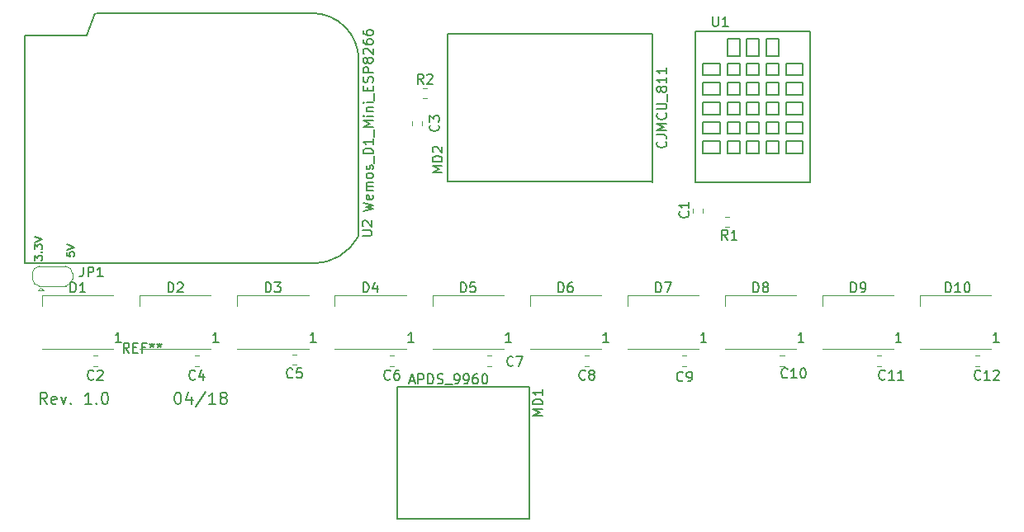
<source format=gto>
G04 #@! TF.GenerationSoftware,KiCad,Pcbnew,5.0.0-rc2-be01b52~65~ubuntu16.04.1*
G04 #@! TF.CreationDate,2018-06-25T12:20:31+02:00*
G04 #@! TF.ProjectId,Firefly,46697265666C792E6B696361645F7063,rev?*
G04 #@! TF.SameCoordinates,Original*
G04 #@! TF.FileFunction,Legend,Top*
G04 #@! TF.FilePolarity,Positive*
%FSLAX46Y46*%
G04 Gerber Fmt 4.6, Leading zero omitted, Abs format (unit mm)*
G04 Created by KiCad (PCBNEW 5.0.0-rc2-be01b52~65~ubuntu16.04.1) date Mon Jun 25 12:20:31 2018*
%MOMM*%
%LPD*%
G01*
G04 APERTURE LIST*
%ADD10C,0.200000*%
%ADD11C,0.158750*%
%ADD12C,0.120000*%
%ADD13C,0.150000*%
%ADD14C,0.350000*%
%ADD15C,0.450000*%
%ADD16R,1.500000X1.000000*%
%ADD17C,3.203200*%
%ADD18R,1.000000X0.670000*%
%ADD19R,0.670000X1.000000*%
%ADD20C,2.003200*%
%ADD21R,1.800000X1.800000*%
%ADD22R,1.524000X1.524000*%
%ADD23C,1.727200*%
%ADD24C,0.100000*%
%ADD25C,1.000000*%
%ADD26R,0.500000X1.500000*%
%ADD27R,1.000000X1.500000*%
G04 APERTURE END LIST*
D10*
X115600000Y-139542857D02*
X115714285Y-139542857D01*
X115828571Y-139600000D01*
X115885714Y-139657142D01*
X115942857Y-139771428D01*
X116000000Y-140000000D01*
X116000000Y-140285714D01*
X115942857Y-140514285D01*
X115885714Y-140628571D01*
X115828571Y-140685714D01*
X115714285Y-140742857D01*
X115600000Y-140742857D01*
X115485714Y-140685714D01*
X115428571Y-140628571D01*
X115371428Y-140514285D01*
X115314285Y-140285714D01*
X115314285Y-140000000D01*
X115371428Y-139771428D01*
X115428571Y-139657142D01*
X115485714Y-139600000D01*
X115600000Y-139542857D01*
X117028571Y-139942857D02*
X117028571Y-140742857D01*
X116742857Y-139485714D02*
X116457142Y-140342857D01*
X117200000Y-140342857D01*
X118514285Y-139485714D02*
X117485714Y-141028571D01*
X119542857Y-140742857D02*
X118857142Y-140742857D01*
X119200000Y-140742857D02*
X119200000Y-139542857D01*
X119085714Y-139714285D01*
X118971428Y-139828571D01*
X118857142Y-139885714D01*
X120228571Y-140057142D02*
X120114285Y-140000000D01*
X120057142Y-139942857D01*
X120000000Y-139828571D01*
X120000000Y-139771428D01*
X120057142Y-139657142D01*
X120114285Y-139600000D01*
X120228571Y-139542857D01*
X120457142Y-139542857D01*
X120571428Y-139600000D01*
X120628571Y-139657142D01*
X120685714Y-139771428D01*
X120685714Y-139828571D01*
X120628571Y-139942857D01*
X120571428Y-140000000D01*
X120457142Y-140057142D01*
X120228571Y-140057142D01*
X120114285Y-140114285D01*
X120057142Y-140171428D01*
X120000000Y-140285714D01*
X120000000Y-140514285D01*
X120057142Y-140628571D01*
X120114285Y-140685714D01*
X120228571Y-140742857D01*
X120457142Y-140742857D01*
X120571428Y-140685714D01*
X120628571Y-140628571D01*
X120685714Y-140514285D01*
X120685714Y-140285714D01*
X120628571Y-140171428D01*
X120571428Y-140114285D01*
X120457142Y-140057142D01*
X102228571Y-140742857D02*
X101828571Y-140171428D01*
X101542857Y-140742857D02*
X101542857Y-139542857D01*
X102000000Y-139542857D01*
X102114285Y-139600000D01*
X102171428Y-139657142D01*
X102228571Y-139771428D01*
X102228571Y-139942857D01*
X102171428Y-140057142D01*
X102114285Y-140114285D01*
X102000000Y-140171428D01*
X101542857Y-140171428D01*
X103200000Y-140685714D02*
X103085714Y-140742857D01*
X102857142Y-140742857D01*
X102742857Y-140685714D01*
X102685714Y-140571428D01*
X102685714Y-140114285D01*
X102742857Y-140000000D01*
X102857142Y-139942857D01*
X103085714Y-139942857D01*
X103200000Y-140000000D01*
X103257142Y-140114285D01*
X103257142Y-140228571D01*
X102685714Y-140342857D01*
X103657142Y-139942857D02*
X103942857Y-140742857D01*
X104228571Y-139942857D01*
X104685714Y-140628571D02*
X104742857Y-140685714D01*
X104685714Y-140742857D01*
X104628571Y-140685714D01*
X104685714Y-140628571D01*
X104685714Y-140742857D01*
X106800000Y-140742857D02*
X106114285Y-140742857D01*
X106457142Y-140742857D02*
X106457142Y-139542857D01*
X106342857Y-139714285D01*
X106228571Y-139828571D01*
X106114285Y-139885714D01*
X107314285Y-140628571D02*
X107371428Y-140685714D01*
X107314285Y-140742857D01*
X107257142Y-140685714D01*
X107314285Y-140628571D01*
X107314285Y-140742857D01*
X108114285Y-139542857D02*
X108228571Y-139542857D01*
X108342857Y-139600000D01*
X108400000Y-139657142D01*
X108457142Y-139771428D01*
X108514285Y-140000000D01*
X108514285Y-140285714D01*
X108457142Y-140514285D01*
X108400000Y-140628571D01*
X108342857Y-140685714D01*
X108228571Y-140742857D01*
X108114285Y-140742857D01*
X108000000Y-140685714D01*
X107942857Y-140628571D01*
X107885714Y-140514285D01*
X107828571Y-140285714D01*
X107828571Y-140000000D01*
X107885714Y-139771428D01*
X107942857Y-139657142D01*
X108000000Y-139600000D01*
X108114285Y-139542857D01*
D11*
X100961904Y-125980952D02*
X100961904Y-125485714D01*
X101266666Y-125752380D01*
X101266666Y-125638095D01*
X101304761Y-125561904D01*
X101342857Y-125523809D01*
X101419047Y-125485714D01*
X101609523Y-125485714D01*
X101685714Y-125523809D01*
X101723809Y-125561904D01*
X101761904Y-125638095D01*
X101761904Y-125866666D01*
X101723809Y-125942857D01*
X101685714Y-125980952D01*
X101685714Y-125142857D02*
X101723809Y-125104761D01*
X101761904Y-125142857D01*
X101723809Y-125180952D01*
X101685714Y-125142857D01*
X101761904Y-125142857D01*
X100961904Y-124838095D02*
X100961904Y-124342857D01*
X101266666Y-124609523D01*
X101266666Y-124495238D01*
X101304761Y-124419047D01*
X101342857Y-124380952D01*
X101419047Y-124342857D01*
X101609523Y-124342857D01*
X101685714Y-124380952D01*
X101723809Y-124419047D01*
X101761904Y-124495238D01*
X101761904Y-124723809D01*
X101723809Y-124800000D01*
X101685714Y-124838095D01*
X100961904Y-124114285D02*
X101761904Y-123847619D01*
X100961904Y-123580952D01*
X104241279Y-125152380D02*
X104241279Y-125533333D01*
X104622232Y-125571428D01*
X104584136Y-125533333D01*
X104546041Y-125457142D01*
X104546041Y-125266666D01*
X104584136Y-125190476D01*
X104622232Y-125152380D01*
X104698422Y-125114285D01*
X104888898Y-125114285D01*
X104965089Y-125152380D01*
X105003184Y-125190476D01*
X105041279Y-125266666D01*
X105041279Y-125457142D01*
X105003184Y-125533333D01*
X104965089Y-125571428D01*
X104241279Y-124885714D02*
X105041279Y-124619047D01*
X104241279Y-124352380D01*
D12*
G04 #@! TO.C,D3*
X129050000Y-135050000D02*
X121750000Y-135050000D01*
X129050000Y-129550000D02*
X121750000Y-129550000D01*
X121750000Y-129550000D02*
X121750000Y-130700000D01*
G04 #@! TO.C,C1*
X169510000Y-120655000D02*
X169510000Y-121095000D01*
X168490000Y-120655000D02*
X168490000Y-121095000D01*
G04 #@! TO.C,C2*
X107420000Y-136810000D02*
X106980000Y-136810000D01*
X107420000Y-135790000D02*
X106980000Y-135790000D01*
G04 #@! TO.C,C3*
X140710000Y-111705000D02*
X140710000Y-112145000D01*
X139690000Y-111705000D02*
X139690000Y-112145000D01*
G04 #@! TO.C,C4*
X117820000Y-135790000D02*
X117380000Y-135790000D01*
X117820000Y-136810000D02*
X117380000Y-136810000D01*
G04 #@! TO.C,C5*
X127820000Y-136710000D02*
X127380000Y-136710000D01*
X127820000Y-135690000D02*
X127380000Y-135690000D01*
G04 #@! TO.C,C6*
X137820000Y-136810000D02*
X137380000Y-136810000D01*
X137820000Y-135790000D02*
X137380000Y-135790000D01*
G04 #@! TO.C,C7*
X147820000Y-135790000D02*
X147380000Y-135790000D01*
X147820000Y-136810000D02*
X147380000Y-136810000D01*
G04 #@! TO.C,C8*
X157820000Y-135790000D02*
X157380000Y-135790000D01*
X157820000Y-136810000D02*
X157380000Y-136810000D01*
G04 #@! TO.C,C9*
X167820000Y-136810000D02*
X167380000Y-136810000D01*
X167820000Y-135790000D02*
X167380000Y-135790000D01*
G04 #@! TO.C,C10*
X177820000Y-135790000D02*
X177380000Y-135790000D01*
X177820000Y-136810000D02*
X177380000Y-136810000D01*
G04 #@! TO.C,C11*
X187745000Y-135790000D02*
X187305000Y-135790000D01*
X187745000Y-136810000D02*
X187305000Y-136810000D01*
G04 #@! TO.C,C12*
X197820000Y-135790000D02*
X197380000Y-135790000D01*
X197820000Y-136810000D02*
X197380000Y-136810000D01*
G04 #@! TO.C,D1*
X109050000Y-135050000D02*
X101750000Y-135050000D01*
X109050000Y-129550000D02*
X101750000Y-129550000D01*
X101750000Y-129550000D02*
X101750000Y-130700000D01*
G04 #@! TO.C,D2*
X111750000Y-129550000D02*
X111750000Y-130700000D01*
X119050000Y-129550000D02*
X111750000Y-129550000D01*
X119050000Y-135050000D02*
X111750000Y-135050000D01*
G04 #@! TO.C,D4*
X131750000Y-129550000D02*
X131750000Y-130700000D01*
X139050000Y-129550000D02*
X131750000Y-129550000D01*
X139050000Y-135050000D02*
X131750000Y-135050000D01*
G04 #@! TO.C,D5*
X141750000Y-129550000D02*
X141750000Y-130700000D01*
X149050000Y-129550000D02*
X141750000Y-129550000D01*
X149050000Y-135050000D02*
X141750000Y-135050000D01*
G04 #@! TO.C,D6*
X159050000Y-135050000D02*
X151750000Y-135050000D01*
X159050000Y-129550000D02*
X151750000Y-129550000D01*
X151750000Y-129550000D02*
X151750000Y-130700000D01*
G04 #@! TO.C,D7*
X169050000Y-135050000D02*
X161750000Y-135050000D01*
X169050000Y-129550000D02*
X161750000Y-129550000D01*
X161750000Y-129550000D02*
X161750000Y-130700000D01*
G04 #@! TO.C,D8*
X171750000Y-129550000D02*
X171750000Y-130700000D01*
X179050000Y-129550000D02*
X171750000Y-129550000D01*
X179050000Y-135050000D02*
X171750000Y-135050000D01*
G04 #@! TO.C,D9*
X189050000Y-135050000D02*
X181750000Y-135050000D01*
X189050000Y-129550000D02*
X181750000Y-129550000D01*
X181750000Y-129550000D02*
X181750000Y-130700000D01*
G04 #@! TO.C,D10*
X191750000Y-129550000D02*
X191750000Y-130700000D01*
X199050000Y-129550000D02*
X191750000Y-129550000D01*
X199050000Y-135050000D02*
X191750000Y-135050000D01*
D13*
G04 #@! TO.C,MD1*
X151690000Y-152490000D02*
X138190000Y-152490000D01*
X151690000Y-138990000D02*
X151690000Y-152490000D01*
X138190000Y-138990000D02*
X138190000Y-152490000D01*
X151690000Y-138990000D02*
X138190000Y-138990000D01*
G04 #@! TO.C,MD2*
X143310000Y-102720000D02*
X164310000Y-102720000D01*
X164320000Y-102730000D02*
X164320000Y-117930000D01*
X143320000Y-117920000D02*
X164320000Y-117920000D01*
X143310000Y-102710000D02*
X143310000Y-117910000D01*
D12*
G04 #@! TO.C,R1*
X171780000Y-122510000D02*
X172220000Y-122510000D01*
X171780000Y-121490000D02*
X172220000Y-121490000D01*
G04 #@! TO.C,R2*
X141220000Y-109310000D02*
X140780000Y-109310000D01*
X141220000Y-108290000D02*
X140780000Y-108290000D01*
D13*
G04 #@! TO.C,U1*
X174750000Y-118000000D02*
X168750000Y-118000000D01*
X168750000Y-118000000D02*
X168750000Y-102500000D01*
X168750000Y-102500000D02*
X180500000Y-102500000D01*
X180500000Y-102500000D02*
X180500000Y-118000000D01*
X180500000Y-118000000D02*
X174750000Y-118000000D01*
X172000000Y-103250000D02*
X173250000Y-103250000D01*
X173250000Y-103250000D02*
X173250000Y-105000000D01*
X173250000Y-105000000D02*
X172000000Y-105000000D01*
X172000000Y-105000000D02*
X172000000Y-103250000D01*
X175250000Y-103250000D02*
X175250000Y-105000000D01*
X175250000Y-105000000D02*
X174000000Y-105000000D01*
X174000000Y-105000000D02*
X174000000Y-103250000D01*
X174000000Y-103250000D02*
X175250000Y-103250000D01*
X176000000Y-103250000D02*
X177250000Y-103250000D01*
X177250000Y-103250000D02*
X177250000Y-105000000D01*
X177250000Y-105000000D02*
X176000000Y-105000000D01*
X176000000Y-105000000D02*
X176000000Y-103250000D01*
X169500000Y-105750000D02*
X171250000Y-105750000D01*
X169500000Y-109000000D02*
X169500000Y-107750000D01*
X169500000Y-107750000D02*
X171250000Y-107750000D01*
X171250000Y-107750000D02*
X171250000Y-109000000D01*
X171250000Y-105750000D02*
X171250000Y-107000000D01*
X171250000Y-109000000D02*
X169500000Y-109000000D01*
X169500000Y-107000000D02*
X169500000Y-105750000D01*
X171250000Y-107000000D02*
X169500000Y-107000000D01*
X179750000Y-107750000D02*
X179750000Y-109000000D01*
X178000000Y-107000000D02*
X178000000Y-105750000D01*
X179750000Y-107000000D02*
X178000000Y-107000000D01*
X178000000Y-109000000D02*
X178000000Y-107750000D01*
X178000000Y-105750000D02*
X179750000Y-105750000D01*
X179750000Y-105750000D02*
X179750000Y-107000000D01*
X179750000Y-109000000D02*
X178000000Y-109000000D01*
X178000000Y-107750000D02*
X179750000Y-107750000D01*
X173250000Y-107000000D02*
X172000000Y-107000000D01*
X172000000Y-105750000D02*
X173250000Y-105750000D01*
X172000000Y-105750000D02*
X172000000Y-107000000D01*
X173250000Y-107000000D02*
X173250000Y-105750000D01*
X175250000Y-107000000D02*
X175250000Y-105750000D01*
X174000000Y-105750000D02*
X174000000Y-107000000D01*
X175250000Y-107000000D02*
X174000000Y-107000000D01*
X174000000Y-105750000D02*
X175250000Y-105750000D01*
X176000000Y-105750000D02*
X176000000Y-107000000D01*
X177250000Y-107000000D02*
X176000000Y-107000000D01*
X176000000Y-105750000D02*
X177250000Y-105750000D01*
X177250000Y-107000000D02*
X177250000Y-105750000D01*
X173250000Y-109000000D02*
X172000000Y-109000000D01*
X172000000Y-107750000D02*
X172000000Y-109000000D01*
X172000000Y-107750000D02*
X173250000Y-107750000D01*
X173250000Y-109000000D02*
X173250000Y-107750000D01*
X175250000Y-109000000D02*
X174000000Y-109000000D01*
X174000000Y-107750000D02*
X174000000Y-109000000D01*
X175250000Y-109000000D02*
X175250000Y-107750000D01*
X174000000Y-107750000D02*
X175250000Y-107750000D01*
X177250000Y-109000000D02*
X177250000Y-107750000D01*
X176000000Y-107750000D02*
X177250000Y-107750000D01*
X177250000Y-109000000D02*
X176000000Y-109000000D01*
X176000000Y-107750000D02*
X176000000Y-109000000D01*
X178000000Y-113000000D02*
X178000000Y-111750000D01*
X179750000Y-111750000D02*
X179750000Y-113000000D01*
X179750000Y-113000000D02*
X178000000Y-113000000D01*
X175250000Y-111000000D02*
X175250000Y-109750000D01*
X178000000Y-111750000D02*
X179750000Y-111750000D01*
X173250000Y-111000000D02*
X173250000Y-109750000D01*
X173250000Y-111000000D02*
X172000000Y-111000000D01*
X172000000Y-109750000D02*
X172000000Y-111000000D01*
X176000000Y-109750000D02*
X176000000Y-111000000D01*
X172000000Y-109750000D02*
X173250000Y-109750000D01*
X178000000Y-111000000D02*
X178000000Y-109750000D01*
X179750000Y-111000000D02*
X178000000Y-111000000D01*
X179750000Y-109750000D02*
X179750000Y-111000000D01*
X169500000Y-111750000D02*
X171250000Y-111750000D01*
X177250000Y-111000000D02*
X176000000Y-111000000D01*
X176000000Y-109750000D02*
X177250000Y-109750000D01*
X175250000Y-111000000D02*
X174000000Y-111000000D01*
X171250000Y-109750000D02*
X171250000Y-111000000D01*
X171250000Y-111750000D02*
X171250000Y-113000000D01*
X173250000Y-113000000D02*
X173250000Y-111750000D01*
X175250000Y-113000000D02*
X174000000Y-113000000D01*
X174000000Y-111750000D02*
X174000000Y-113000000D01*
X171250000Y-111000000D02*
X169500000Y-111000000D01*
X174000000Y-109750000D02*
X174000000Y-111000000D01*
X172000000Y-111750000D02*
X172000000Y-113000000D01*
X172000000Y-111750000D02*
X173250000Y-111750000D01*
X175250000Y-113000000D02*
X175250000Y-111750000D01*
X174000000Y-111750000D02*
X175250000Y-111750000D01*
X177250000Y-113000000D02*
X177250000Y-111750000D01*
X176000000Y-111750000D02*
X177250000Y-111750000D01*
X177250000Y-113000000D02*
X176000000Y-113000000D01*
X176000000Y-111750000D02*
X176000000Y-113000000D01*
X169500000Y-111000000D02*
X169500000Y-109750000D01*
X171250000Y-113000000D02*
X169500000Y-113000000D01*
X169500000Y-109750000D02*
X171250000Y-109750000D01*
X178000000Y-109750000D02*
X179750000Y-109750000D01*
X177250000Y-111000000D02*
X177250000Y-109750000D01*
X173250000Y-113000000D02*
X172000000Y-113000000D01*
X169500000Y-113000000D02*
X169500000Y-111750000D01*
X174000000Y-109750000D02*
X175250000Y-109750000D01*
X176000000Y-113750000D02*
X177250000Y-113750000D01*
X175250000Y-115000000D02*
X174000000Y-115000000D01*
X171250000Y-113750000D02*
X171250000Y-115000000D01*
X171250000Y-115000000D02*
X169500000Y-115000000D01*
X174000000Y-113750000D02*
X174000000Y-115000000D01*
X175250000Y-115000000D02*
X175250000Y-113750000D01*
X173250000Y-115000000D02*
X173250000Y-113750000D01*
X173250000Y-115000000D02*
X172000000Y-115000000D01*
X172000000Y-113750000D02*
X172000000Y-115000000D01*
X177250000Y-115000000D02*
X176000000Y-115000000D01*
X169500000Y-115000000D02*
X169500000Y-113750000D01*
X178000000Y-113750000D02*
X179750000Y-113750000D01*
X177250000Y-115000000D02*
X177250000Y-113750000D01*
X174000000Y-113750000D02*
X175250000Y-113750000D01*
X176000000Y-113750000D02*
X176000000Y-115000000D01*
X169500000Y-113750000D02*
X171250000Y-113750000D01*
X172000000Y-113750000D02*
X173250000Y-113750000D01*
X178000000Y-115000000D02*
X178000000Y-113750000D01*
X179750000Y-115000000D02*
X178000000Y-115000000D01*
X179750000Y-113750000D02*
X179750000Y-115000000D01*
G04 #@! TO.C,U2*
X106300000Y-102900000D02*
X107200000Y-100600000D01*
X129600000Y-100600000D02*
X107300000Y-100600000D01*
X134200000Y-105300000D02*
X134200000Y-123500000D01*
X100000000Y-102900000D02*
X106300000Y-102900000D01*
X130000000Y-126300000D02*
X100000000Y-126300000D01*
X100000000Y-102900000D02*
X100000000Y-126300000D01*
X134179224Y-123488948D02*
G75*
G02X129500000Y-126300000I-4679224J2488948D01*
G01*
X129400000Y-100600000D02*
G75*
G02X134200000Y-105400000I0J-4800000D01*
G01*
D12*
G04 #@! TO.C,JP1*
X101600000Y-128800000D02*
X101900000Y-129100000D01*
X101300000Y-129100000D02*
X101900000Y-129100000D01*
X101600000Y-128800000D02*
X101300000Y-129100000D01*
X100750000Y-127900000D02*
X100750000Y-127300000D01*
X104200000Y-128600000D02*
X101400000Y-128600000D01*
X104850000Y-127300000D02*
X104850000Y-127900000D01*
X101400000Y-126600000D02*
X104200000Y-126600000D01*
X104150000Y-126600000D02*
G75*
G02X104850000Y-127300000I0J-700000D01*
G01*
X104850000Y-127900000D02*
G75*
G02X104150000Y-128600000I-700000J0D01*
G01*
X101450000Y-128600000D02*
G75*
G02X100750000Y-127900000I0J700000D01*
G01*
X100750000Y-127300000D02*
G75*
G02X101450000Y-126600000I700000J0D01*
G01*
G04 #@! TO.C,D3*
D13*
X124661904Y-129252380D02*
X124661904Y-128252380D01*
X124900000Y-128252380D01*
X125042857Y-128300000D01*
X125138095Y-128395238D01*
X125185714Y-128490476D01*
X125233333Y-128680952D01*
X125233333Y-128823809D01*
X125185714Y-129014285D01*
X125138095Y-129109523D01*
X125042857Y-129204761D01*
X124900000Y-129252380D01*
X124661904Y-129252380D01*
X125566666Y-128252380D02*
X126185714Y-128252380D01*
X125852380Y-128633333D01*
X125995238Y-128633333D01*
X126090476Y-128680952D01*
X126138095Y-128728571D01*
X126185714Y-128823809D01*
X126185714Y-129061904D01*
X126138095Y-129157142D01*
X126090476Y-129204761D01*
X125995238Y-129252380D01*
X125709523Y-129252380D01*
X125614285Y-129204761D01*
X125566666Y-129157142D01*
X129835714Y-134352380D02*
X129264285Y-134352380D01*
X129550000Y-134352380D02*
X129550000Y-133352380D01*
X129454761Y-133495238D01*
X129359523Y-133590476D01*
X129264285Y-133638095D01*
G04 #@! TO.C,REF\002A\002A*
X110666666Y-135452380D02*
X110333333Y-134976190D01*
X110095238Y-135452380D02*
X110095238Y-134452380D01*
X110476190Y-134452380D01*
X110571428Y-134500000D01*
X110619047Y-134547619D01*
X110666666Y-134642857D01*
X110666666Y-134785714D01*
X110619047Y-134880952D01*
X110571428Y-134928571D01*
X110476190Y-134976190D01*
X110095238Y-134976190D01*
X111095238Y-134928571D02*
X111428571Y-134928571D01*
X111571428Y-135452380D02*
X111095238Y-135452380D01*
X111095238Y-134452380D01*
X111571428Y-134452380D01*
X112333333Y-134928571D02*
X112000000Y-134928571D01*
X112000000Y-135452380D02*
X112000000Y-134452380D01*
X112476190Y-134452380D01*
X113000000Y-134452380D02*
X113000000Y-134690476D01*
X112761904Y-134595238D02*
X113000000Y-134690476D01*
X113238095Y-134595238D01*
X112857142Y-134880952D02*
X113000000Y-134690476D01*
X113142857Y-134880952D01*
X113761904Y-134452380D02*
X113761904Y-134690476D01*
X113523809Y-134595238D02*
X113761904Y-134690476D01*
X114000000Y-134595238D01*
X113619047Y-134880952D02*
X113761904Y-134690476D01*
X113904761Y-134880952D01*
G04 #@! TO.C,C1*
X167957142Y-120966666D02*
X168004761Y-121014285D01*
X168052380Y-121157142D01*
X168052380Y-121252380D01*
X168004761Y-121395238D01*
X167909523Y-121490476D01*
X167814285Y-121538095D01*
X167623809Y-121585714D01*
X167480952Y-121585714D01*
X167290476Y-121538095D01*
X167195238Y-121490476D01*
X167100000Y-121395238D01*
X167052380Y-121252380D01*
X167052380Y-121157142D01*
X167100000Y-121014285D01*
X167147619Y-120966666D01*
X168052380Y-120014285D02*
X168052380Y-120585714D01*
X168052380Y-120300000D02*
X167052380Y-120300000D01*
X167195238Y-120395238D01*
X167290476Y-120490476D01*
X167338095Y-120585714D01*
G04 #@! TO.C,C2*
X107033333Y-138157142D02*
X106985714Y-138204761D01*
X106842857Y-138252380D01*
X106747619Y-138252380D01*
X106604761Y-138204761D01*
X106509523Y-138109523D01*
X106461904Y-138014285D01*
X106414285Y-137823809D01*
X106414285Y-137680952D01*
X106461904Y-137490476D01*
X106509523Y-137395238D01*
X106604761Y-137300000D01*
X106747619Y-137252380D01*
X106842857Y-137252380D01*
X106985714Y-137300000D01*
X107033333Y-137347619D01*
X107414285Y-137347619D02*
X107461904Y-137300000D01*
X107557142Y-137252380D01*
X107795238Y-137252380D01*
X107890476Y-137300000D01*
X107938095Y-137347619D01*
X107985714Y-137442857D01*
X107985714Y-137538095D01*
X107938095Y-137680952D01*
X107366666Y-138252380D01*
X107985714Y-138252380D01*
G04 #@! TO.C,C3*
X142357142Y-112091666D02*
X142404761Y-112139285D01*
X142452380Y-112282142D01*
X142452380Y-112377380D01*
X142404761Y-112520238D01*
X142309523Y-112615476D01*
X142214285Y-112663095D01*
X142023809Y-112710714D01*
X141880952Y-112710714D01*
X141690476Y-112663095D01*
X141595238Y-112615476D01*
X141500000Y-112520238D01*
X141452380Y-112377380D01*
X141452380Y-112282142D01*
X141500000Y-112139285D01*
X141547619Y-112091666D01*
X141452380Y-111758333D02*
X141452380Y-111139285D01*
X141833333Y-111472619D01*
X141833333Y-111329761D01*
X141880952Y-111234523D01*
X141928571Y-111186904D01*
X142023809Y-111139285D01*
X142261904Y-111139285D01*
X142357142Y-111186904D01*
X142404761Y-111234523D01*
X142452380Y-111329761D01*
X142452380Y-111615476D01*
X142404761Y-111710714D01*
X142357142Y-111758333D01*
G04 #@! TO.C,C4*
X117433333Y-138157142D02*
X117385714Y-138204761D01*
X117242857Y-138252380D01*
X117147619Y-138252380D01*
X117004761Y-138204761D01*
X116909523Y-138109523D01*
X116861904Y-138014285D01*
X116814285Y-137823809D01*
X116814285Y-137680952D01*
X116861904Y-137490476D01*
X116909523Y-137395238D01*
X117004761Y-137300000D01*
X117147619Y-137252380D01*
X117242857Y-137252380D01*
X117385714Y-137300000D01*
X117433333Y-137347619D01*
X118290476Y-137585714D02*
X118290476Y-138252380D01*
X118052380Y-137204761D02*
X117814285Y-137919047D01*
X118433333Y-137919047D01*
G04 #@! TO.C,C5*
X127433333Y-137957142D02*
X127385714Y-138004761D01*
X127242857Y-138052380D01*
X127147619Y-138052380D01*
X127004761Y-138004761D01*
X126909523Y-137909523D01*
X126861904Y-137814285D01*
X126814285Y-137623809D01*
X126814285Y-137480952D01*
X126861904Y-137290476D01*
X126909523Y-137195238D01*
X127004761Y-137100000D01*
X127147619Y-137052380D01*
X127242857Y-137052380D01*
X127385714Y-137100000D01*
X127433333Y-137147619D01*
X128338095Y-137052380D02*
X127861904Y-137052380D01*
X127814285Y-137528571D01*
X127861904Y-137480952D01*
X127957142Y-137433333D01*
X128195238Y-137433333D01*
X128290476Y-137480952D01*
X128338095Y-137528571D01*
X128385714Y-137623809D01*
X128385714Y-137861904D01*
X128338095Y-137957142D01*
X128290476Y-138004761D01*
X128195238Y-138052380D01*
X127957142Y-138052380D01*
X127861904Y-138004761D01*
X127814285Y-137957142D01*
G04 #@! TO.C,C6*
X137433333Y-138157142D02*
X137385714Y-138204761D01*
X137242857Y-138252380D01*
X137147619Y-138252380D01*
X137004761Y-138204761D01*
X136909523Y-138109523D01*
X136861904Y-138014285D01*
X136814285Y-137823809D01*
X136814285Y-137680952D01*
X136861904Y-137490476D01*
X136909523Y-137395238D01*
X137004761Y-137300000D01*
X137147619Y-137252380D01*
X137242857Y-137252380D01*
X137385714Y-137300000D01*
X137433333Y-137347619D01*
X138290476Y-137252380D02*
X138100000Y-137252380D01*
X138004761Y-137300000D01*
X137957142Y-137347619D01*
X137861904Y-137490476D01*
X137814285Y-137680952D01*
X137814285Y-138061904D01*
X137861904Y-138157142D01*
X137909523Y-138204761D01*
X138004761Y-138252380D01*
X138195238Y-138252380D01*
X138290476Y-138204761D01*
X138338095Y-138157142D01*
X138385714Y-138061904D01*
X138385714Y-137823809D01*
X138338095Y-137728571D01*
X138290476Y-137680952D01*
X138195238Y-137633333D01*
X138004761Y-137633333D01*
X137909523Y-137680952D01*
X137861904Y-137728571D01*
X137814285Y-137823809D01*
G04 #@! TO.C,C7*
X150033333Y-136757142D02*
X149985714Y-136804761D01*
X149842857Y-136852380D01*
X149747619Y-136852380D01*
X149604761Y-136804761D01*
X149509523Y-136709523D01*
X149461904Y-136614285D01*
X149414285Y-136423809D01*
X149414285Y-136280952D01*
X149461904Y-136090476D01*
X149509523Y-135995238D01*
X149604761Y-135900000D01*
X149747619Y-135852380D01*
X149842857Y-135852380D01*
X149985714Y-135900000D01*
X150033333Y-135947619D01*
X150366666Y-135852380D02*
X151033333Y-135852380D01*
X150604761Y-136852380D01*
G04 #@! TO.C,C8*
X157433333Y-138157142D02*
X157385714Y-138204761D01*
X157242857Y-138252380D01*
X157147619Y-138252380D01*
X157004761Y-138204761D01*
X156909523Y-138109523D01*
X156861904Y-138014285D01*
X156814285Y-137823809D01*
X156814285Y-137680952D01*
X156861904Y-137490476D01*
X156909523Y-137395238D01*
X157004761Y-137300000D01*
X157147619Y-137252380D01*
X157242857Y-137252380D01*
X157385714Y-137300000D01*
X157433333Y-137347619D01*
X158004761Y-137680952D02*
X157909523Y-137633333D01*
X157861904Y-137585714D01*
X157814285Y-137490476D01*
X157814285Y-137442857D01*
X157861904Y-137347619D01*
X157909523Y-137300000D01*
X158004761Y-137252380D01*
X158195238Y-137252380D01*
X158290476Y-137300000D01*
X158338095Y-137347619D01*
X158385714Y-137442857D01*
X158385714Y-137490476D01*
X158338095Y-137585714D01*
X158290476Y-137633333D01*
X158195238Y-137680952D01*
X158004761Y-137680952D01*
X157909523Y-137728571D01*
X157861904Y-137776190D01*
X157814285Y-137871428D01*
X157814285Y-138061904D01*
X157861904Y-138157142D01*
X157909523Y-138204761D01*
X158004761Y-138252380D01*
X158195238Y-138252380D01*
X158290476Y-138204761D01*
X158338095Y-138157142D01*
X158385714Y-138061904D01*
X158385714Y-137871428D01*
X158338095Y-137776190D01*
X158290476Y-137728571D01*
X158195238Y-137680952D01*
G04 #@! TO.C,C9*
X167433333Y-138307142D02*
X167385714Y-138354761D01*
X167242857Y-138402380D01*
X167147619Y-138402380D01*
X167004761Y-138354761D01*
X166909523Y-138259523D01*
X166861904Y-138164285D01*
X166814285Y-137973809D01*
X166814285Y-137830952D01*
X166861904Y-137640476D01*
X166909523Y-137545238D01*
X167004761Y-137450000D01*
X167147619Y-137402380D01*
X167242857Y-137402380D01*
X167385714Y-137450000D01*
X167433333Y-137497619D01*
X167909523Y-138402380D02*
X168100000Y-138402380D01*
X168195238Y-138354761D01*
X168242857Y-138307142D01*
X168338095Y-138164285D01*
X168385714Y-137973809D01*
X168385714Y-137592857D01*
X168338095Y-137497619D01*
X168290476Y-137450000D01*
X168195238Y-137402380D01*
X168004761Y-137402380D01*
X167909523Y-137450000D01*
X167861904Y-137497619D01*
X167814285Y-137592857D01*
X167814285Y-137830952D01*
X167861904Y-137926190D01*
X167909523Y-137973809D01*
X168004761Y-138021428D01*
X168195238Y-138021428D01*
X168290476Y-137973809D01*
X168338095Y-137926190D01*
X168385714Y-137830952D01*
G04 #@! TO.C,C10*
X178157142Y-137957142D02*
X178109523Y-138004761D01*
X177966666Y-138052380D01*
X177871428Y-138052380D01*
X177728571Y-138004761D01*
X177633333Y-137909523D01*
X177585714Y-137814285D01*
X177538095Y-137623809D01*
X177538095Y-137480952D01*
X177585714Y-137290476D01*
X177633333Y-137195238D01*
X177728571Y-137100000D01*
X177871428Y-137052380D01*
X177966666Y-137052380D01*
X178109523Y-137100000D01*
X178157142Y-137147619D01*
X179109523Y-138052380D02*
X178538095Y-138052380D01*
X178823809Y-138052380D02*
X178823809Y-137052380D01*
X178728571Y-137195238D01*
X178633333Y-137290476D01*
X178538095Y-137338095D01*
X179728571Y-137052380D02*
X179823809Y-137052380D01*
X179919047Y-137100000D01*
X179966666Y-137147619D01*
X180014285Y-137242857D01*
X180061904Y-137433333D01*
X180061904Y-137671428D01*
X180014285Y-137861904D01*
X179966666Y-137957142D01*
X179919047Y-138004761D01*
X179823809Y-138052380D01*
X179728571Y-138052380D01*
X179633333Y-138004761D01*
X179585714Y-137957142D01*
X179538095Y-137861904D01*
X179490476Y-137671428D01*
X179490476Y-137433333D01*
X179538095Y-137242857D01*
X179585714Y-137147619D01*
X179633333Y-137100000D01*
X179728571Y-137052380D01*
G04 #@! TO.C,C11*
X188157142Y-138157142D02*
X188109523Y-138204761D01*
X187966666Y-138252380D01*
X187871428Y-138252380D01*
X187728571Y-138204761D01*
X187633333Y-138109523D01*
X187585714Y-138014285D01*
X187538095Y-137823809D01*
X187538095Y-137680952D01*
X187585714Y-137490476D01*
X187633333Y-137395238D01*
X187728571Y-137300000D01*
X187871428Y-137252380D01*
X187966666Y-137252380D01*
X188109523Y-137300000D01*
X188157142Y-137347619D01*
X189109523Y-138252380D02*
X188538095Y-138252380D01*
X188823809Y-138252380D02*
X188823809Y-137252380D01*
X188728571Y-137395238D01*
X188633333Y-137490476D01*
X188538095Y-137538095D01*
X190061904Y-138252380D02*
X189490476Y-138252380D01*
X189776190Y-138252380D02*
X189776190Y-137252380D01*
X189680952Y-137395238D01*
X189585714Y-137490476D01*
X189490476Y-137538095D01*
G04 #@! TO.C,C12*
X197957142Y-138157142D02*
X197909523Y-138204761D01*
X197766666Y-138252380D01*
X197671428Y-138252380D01*
X197528571Y-138204761D01*
X197433333Y-138109523D01*
X197385714Y-138014285D01*
X197338095Y-137823809D01*
X197338095Y-137680952D01*
X197385714Y-137490476D01*
X197433333Y-137395238D01*
X197528571Y-137300000D01*
X197671428Y-137252380D01*
X197766666Y-137252380D01*
X197909523Y-137300000D01*
X197957142Y-137347619D01*
X198909523Y-138252380D02*
X198338095Y-138252380D01*
X198623809Y-138252380D02*
X198623809Y-137252380D01*
X198528571Y-137395238D01*
X198433333Y-137490476D01*
X198338095Y-137538095D01*
X199290476Y-137347619D02*
X199338095Y-137300000D01*
X199433333Y-137252380D01*
X199671428Y-137252380D01*
X199766666Y-137300000D01*
X199814285Y-137347619D01*
X199861904Y-137442857D01*
X199861904Y-137538095D01*
X199814285Y-137680952D01*
X199242857Y-138252380D01*
X199861904Y-138252380D01*
G04 #@! TO.C,D1*
X104661904Y-129252380D02*
X104661904Y-128252380D01*
X104900000Y-128252380D01*
X105042857Y-128300000D01*
X105138095Y-128395238D01*
X105185714Y-128490476D01*
X105233333Y-128680952D01*
X105233333Y-128823809D01*
X105185714Y-129014285D01*
X105138095Y-129109523D01*
X105042857Y-129204761D01*
X104900000Y-129252380D01*
X104661904Y-129252380D01*
X106185714Y-129252380D02*
X105614285Y-129252380D01*
X105900000Y-129252380D02*
X105900000Y-128252380D01*
X105804761Y-128395238D01*
X105709523Y-128490476D01*
X105614285Y-128538095D01*
X109835714Y-134352380D02*
X109264285Y-134352380D01*
X109550000Y-134352380D02*
X109550000Y-133352380D01*
X109454761Y-133495238D01*
X109359523Y-133590476D01*
X109264285Y-133638095D01*
G04 #@! TO.C,D2*
X114661904Y-129252380D02*
X114661904Y-128252380D01*
X114900000Y-128252380D01*
X115042857Y-128300000D01*
X115138095Y-128395238D01*
X115185714Y-128490476D01*
X115233333Y-128680952D01*
X115233333Y-128823809D01*
X115185714Y-129014285D01*
X115138095Y-129109523D01*
X115042857Y-129204761D01*
X114900000Y-129252380D01*
X114661904Y-129252380D01*
X115614285Y-128347619D02*
X115661904Y-128300000D01*
X115757142Y-128252380D01*
X115995238Y-128252380D01*
X116090476Y-128300000D01*
X116138095Y-128347619D01*
X116185714Y-128442857D01*
X116185714Y-128538095D01*
X116138095Y-128680952D01*
X115566666Y-129252380D01*
X116185714Y-129252380D01*
X119835714Y-134352380D02*
X119264285Y-134352380D01*
X119550000Y-134352380D02*
X119550000Y-133352380D01*
X119454761Y-133495238D01*
X119359523Y-133590476D01*
X119264285Y-133638095D01*
G04 #@! TO.C,D4*
X134661904Y-129252380D02*
X134661904Y-128252380D01*
X134900000Y-128252380D01*
X135042857Y-128300000D01*
X135138095Y-128395238D01*
X135185714Y-128490476D01*
X135233333Y-128680952D01*
X135233333Y-128823809D01*
X135185714Y-129014285D01*
X135138095Y-129109523D01*
X135042857Y-129204761D01*
X134900000Y-129252380D01*
X134661904Y-129252380D01*
X136090476Y-128585714D02*
X136090476Y-129252380D01*
X135852380Y-128204761D02*
X135614285Y-128919047D01*
X136233333Y-128919047D01*
X139835714Y-134352380D02*
X139264285Y-134352380D01*
X139550000Y-134352380D02*
X139550000Y-133352380D01*
X139454761Y-133495238D01*
X139359523Y-133590476D01*
X139264285Y-133638095D01*
G04 #@! TO.C,D5*
X144661904Y-129252380D02*
X144661904Y-128252380D01*
X144900000Y-128252380D01*
X145042857Y-128300000D01*
X145138095Y-128395238D01*
X145185714Y-128490476D01*
X145233333Y-128680952D01*
X145233333Y-128823809D01*
X145185714Y-129014285D01*
X145138095Y-129109523D01*
X145042857Y-129204761D01*
X144900000Y-129252380D01*
X144661904Y-129252380D01*
X146138095Y-128252380D02*
X145661904Y-128252380D01*
X145614285Y-128728571D01*
X145661904Y-128680952D01*
X145757142Y-128633333D01*
X145995238Y-128633333D01*
X146090476Y-128680952D01*
X146138095Y-128728571D01*
X146185714Y-128823809D01*
X146185714Y-129061904D01*
X146138095Y-129157142D01*
X146090476Y-129204761D01*
X145995238Y-129252380D01*
X145757142Y-129252380D01*
X145661904Y-129204761D01*
X145614285Y-129157142D01*
X149835714Y-134352380D02*
X149264285Y-134352380D01*
X149550000Y-134352380D02*
X149550000Y-133352380D01*
X149454761Y-133495238D01*
X149359523Y-133590476D01*
X149264285Y-133638095D01*
G04 #@! TO.C,D6*
X154661904Y-129252380D02*
X154661904Y-128252380D01*
X154900000Y-128252380D01*
X155042857Y-128300000D01*
X155138095Y-128395238D01*
X155185714Y-128490476D01*
X155233333Y-128680952D01*
X155233333Y-128823809D01*
X155185714Y-129014285D01*
X155138095Y-129109523D01*
X155042857Y-129204761D01*
X154900000Y-129252380D01*
X154661904Y-129252380D01*
X156090476Y-128252380D02*
X155900000Y-128252380D01*
X155804761Y-128300000D01*
X155757142Y-128347619D01*
X155661904Y-128490476D01*
X155614285Y-128680952D01*
X155614285Y-129061904D01*
X155661904Y-129157142D01*
X155709523Y-129204761D01*
X155804761Y-129252380D01*
X155995238Y-129252380D01*
X156090476Y-129204761D01*
X156138095Y-129157142D01*
X156185714Y-129061904D01*
X156185714Y-128823809D01*
X156138095Y-128728571D01*
X156090476Y-128680952D01*
X155995238Y-128633333D01*
X155804761Y-128633333D01*
X155709523Y-128680952D01*
X155661904Y-128728571D01*
X155614285Y-128823809D01*
X159835714Y-134352380D02*
X159264285Y-134352380D01*
X159550000Y-134352380D02*
X159550000Y-133352380D01*
X159454761Y-133495238D01*
X159359523Y-133590476D01*
X159264285Y-133638095D01*
G04 #@! TO.C,D7*
X164661904Y-129252380D02*
X164661904Y-128252380D01*
X164900000Y-128252380D01*
X165042857Y-128300000D01*
X165138095Y-128395238D01*
X165185714Y-128490476D01*
X165233333Y-128680952D01*
X165233333Y-128823809D01*
X165185714Y-129014285D01*
X165138095Y-129109523D01*
X165042857Y-129204761D01*
X164900000Y-129252380D01*
X164661904Y-129252380D01*
X165566666Y-128252380D02*
X166233333Y-128252380D01*
X165804761Y-129252380D01*
X169835714Y-134352380D02*
X169264285Y-134352380D01*
X169550000Y-134352380D02*
X169550000Y-133352380D01*
X169454761Y-133495238D01*
X169359523Y-133590476D01*
X169264285Y-133638095D01*
G04 #@! TO.C,D8*
X174661904Y-129252380D02*
X174661904Y-128252380D01*
X174900000Y-128252380D01*
X175042857Y-128300000D01*
X175138095Y-128395238D01*
X175185714Y-128490476D01*
X175233333Y-128680952D01*
X175233333Y-128823809D01*
X175185714Y-129014285D01*
X175138095Y-129109523D01*
X175042857Y-129204761D01*
X174900000Y-129252380D01*
X174661904Y-129252380D01*
X175804761Y-128680952D02*
X175709523Y-128633333D01*
X175661904Y-128585714D01*
X175614285Y-128490476D01*
X175614285Y-128442857D01*
X175661904Y-128347619D01*
X175709523Y-128300000D01*
X175804761Y-128252380D01*
X175995238Y-128252380D01*
X176090476Y-128300000D01*
X176138095Y-128347619D01*
X176185714Y-128442857D01*
X176185714Y-128490476D01*
X176138095Y-128585714D01*
X176090476Y-128633333D01*
X175995238Y-128680952D01*
X175804761Y-128680952D01*
X175709523Y-128728571D01*
X175661904Y-128776190D01*
X175614285Y-128871428D01*
X175614285Y-129061904D01*
X175661904Y-129157142D01*
X175709523Y-129204761D01*
X175804761Y-129252380D01*
X175995238Y-129252380D01*
X176090476Y-129204761D01*
X176138095Y-129157142D01*
X176185714Y-129061904D01*
X176185714Y-128871428D01*
X176138095Y-128776190D01*
X176090476Y-128728571D01*
X175995238Y-128680952D01*
X179835714Y-134352380D02*
X179264285Y-134352380D01*
X179550000Y-134352380D02*
X179550000Y-133352380D01*
X179454761Y-133495238D01*
X179359523Y-133590476D01*
X179264285Y-133638095D01*
G04 #@! TO.C,D9*
X184661904Y-129252380D02*
X184661904Y-128252380D01*
X184900000Y-128252380D01*
X185042857Y-128300000D01*
X185138095Y-128395238D01*
X185185714Y-128490476D01*
X185233333Y-128680952D01*
X185233333Y-128823809D01*
X185185714Y-129014285D01*
X185138095Y-129109523D01*
X185042857Y-129204761D01*
X184900000Y-129252380D01*
X184661904Y-129252380D01*
X185709523Y-129252380D02*
X185900000Y-129252380D01*
X185995238Y-129204761D01*
X186042857Y-129157142D01*
X186138095Y-129014285D01*
X186185714Y-128823809D01*
X186185714Y-128442857D01*
X186138095Y-128347619D01*
X186090476Y-128300000D01*
X185995238Y-128252380D01*
X185804761Y-128252380D01*
X185709523Y-128300000D01*
X185661904Y-128347619D01*
X185614285Y-128442857D01*
X185614285Y-128680952D01*
X185661904Y-128776190D01*
X185709523Y-128823809D01*
X185804761Y-128871428D01*
X185995238Y-128871428D01*
X186090476Y-128823809D01*
X186138095Y-128776190D01*
X186185714Y-128680952D01*
X189835714Y-134352380D02*
X189264285Y-134352380D01*
X189550000Y-134352380D02*
X189550000Y-133352380D01*
X189454761Y-133495238D01*
X189359523Y-133590476D01*
X189264285Y-133638095D01*
G04 #@! TO.C,D10*
X194385714Y-129252380D02*
X194385714Y-128252380D01*
X194623809Y-128252380D01*
X194766666Y-128300000D01*
X194861904Y-128395238D01*
X194909523Y-128490476D01*
X194957142Y-128680952D01*
X194957142Y-128823809D01*
X194909523Y-129014285D01*
X194861904Y-129109523D01*
X194766666Y-129204761D01*
X194623809Y-129252380D01*
X194385714Y-129252380D01*
X195909523Y-129252380D02*
X195338095Y-129252380D01*
X195623809Y-129252380D02*
X195623809Y-128252380D01*
X195528571Y-128395238D01*
X195433333Y-128490476D01*
X195338095Y-128538095D01*
X196528571Y-128252380D02*
X196623809Y-128252380D01*
X196719047Y-128300000D01*
X196766666Y-128347619D01*
X196814285Y-128442857D01*
X196861904Y-128633333D01*
X196861904Y-128871428D01*
X196814285Y-129061904D01*
X196766666Y-129157142D01*
X196719047Y-129204761D01*
X196623809Y-129252380D01*
X196528571Y-129252380D01*
X196433333Y-129204761D01*
X196385714Y-129157142D01*
X196338095Y-129061904D01*
X196290476Y-128871428D01*
X196290476Y-128633333D01*
X196338095Y-128442857D01*
X196385714Y-128347619D01*
X196433333Y-128300000D01*
X196528571Y-128252380D01*
X199835714Y-134352380D02*
X199264285Y-134352380D01*
X199550000Y-134352380D02*
X199550000Y-133352380D01*
X199454761Y-133495238D01*
X199359523Y-133590476D01*
X199264285Y-133638095D01*
G04 #@! TO.C,MD1*
X153052380Y-141909523D02*
X152052380Y-141909523D01*
X152766666Y-141576190D01*
X152052380Y-141242857D01*
X153052380Y-141242857D01*
X153052380Y-140766666D02*
X152052380Y-140766666D01*
X152052380Y-140528571D01*
X152100000Y-140385714D01*
X152195238Y-140290476D01*
X152290476Y-140242857D01*
X152480952Y-140195238D01*
X152623809Y-140195238D01*
X152814285Y-140242857D01*
X152909523Y-140290476D01*
X153004761Y-140385714D01*
X153052380Y-140528571D01*
X153052380Y-140766666D01*
X153052380Y-139242857D02*
X153052380Y-139814285D01*
X153052380Y-139528571D02*
X152052380Y-139528571D01*
X152195238Y-139623809D01*
X152290476Y-139719047D01*
X152338095Y-139814285D01*
X139400000Y-138366666D02*
X139876190Y-138366666D01*
X139304761Y-138652380D02*
X139638095Y-137652380D01*
X139971428Y-138652380D01*
X140304761Y-138652380D02*
X140304761Y-137652380D01*
X140685714Y-137652380D01*
X140780952Y-137700000D01*
X140828571Y-137747619D01*
X140876190Y-137842857D01*
X140876190Y-137985714D01*
X140828571Y-138080952D01*
X140780952Y-138128571D01*
X140685714Y-138176190D01*
X140304761Y-138176190D01*
X141304761Y-138652380D02*
X141304761Y-137652380D01*
X141542857Y-137652380D01*
X141685714Y-137700000D01*
X141780952Y-137795238D01*
X141828571Y-137890476D01*
X141876190Y-138080952D01*
X141876190Y-138223809D01*
X141828571Y-138414285D01*
X141780952Y-138509523D01*
X141685714Y-138604761D01*
X141542857Y-138652380D01*
X141304761Y-138652380D01*
X142257142Y-138604761D02*
X142400000Y-138652380D01*
X142638095Y-138652380D01*
X142733333Y-138604761D01*
X142780952Y-138557142D01*
X142828571Y-138461904D01*
X142828571Y-138366666D01*
X142780952Y-138271428D01*
X142733333Y-138223809D01*
X142638095Y-138176190D01*
X142447619Y-138128571D01*
X142352380Y-138080952D01*
X142304761Y-138033333D01*
X142257142Y-137938095D01*
X142257142Y-137842857D01*
X142304761Y-137747619D01*
X142352380Y-137700000D01*
X142447619Y-137652380D01*
X142685714Y-137652380D01*
X142828571Y-137700000D01*
X143019047Y-138747619D02*
X143780952Y-138747619D01*
X144066666Y-138652380D02*
X144257142Y-138652380D01*
X144352380Y-138604761D01*
X144400000Y-138557142D01*
X144495238Y-138414285D01*
X144542857Y-138223809D01*
X144542857Y-137842857D01*
X144495238Y-137747619D01*
X144447619Y-137700000D01*
X144352380Y-137652380D01*
X144161904Y-137652380D01*
X144066666Y-137700000D01*
X144019047Y-137747619D01*
X143971428Y-137842857D01*
X143971428Y-138080952D01*
X144019047Y-138176190D01*
X144066666Y-138223809D01*
X144161904Y-138271428D01*
X144352380Y-138271428D01*
X144447619Y-138223809D01*
X144495238Y-138176190D01*
X144542857Y-138080952D01*
X145019047Y-138652380D02*
X145209523Y-138652380D01*
X145304761Y-138604761D01*
X145352380Y-138557142D01*
X145447619Y-138414285D01*
X145495238Y-138223809D01*
X145495238Y-137842857D01*
X145447619Y-137747619D01*
X145400000Y-137700000D01*
X145304761Y-137652380D01*
X145114285Y-137652380D01*
X145019047Y-137700000D01*
X144971428Y-137747619D01*
X144923809Y-137842857D01*
X144923809Y-138080952D01*
X144971428Y-138176190D01*
X145019047Y-138223809D01*
X145114285Y-138271428D01*
X145304761Y-138271428D01*
X145400000Y-138223809D01*
X145447619Y-138176190D01*
X145495238Y-138080952D01*
X146352380Y-137652380D02*
X146161904Y-137652380D01*
X146066666Y-137700000D01*
X146019047Y-137747619D01*
X145923809Y-137890476D01*
X145876190Y-138080952D01*
X145876190Y-138461904D01*
X145923809Y-138557142D01*
X145971428Y-138604761D01*
X146066666Y-138652380D01*
X146257142Y-138652380D01*
X146352380Y-138604761D01*
X146400000Y-138557142D01*
X146447619Y-138461904D01*
X146447619Y-138223809D01*
X146400000Y-138128571D01*
X146352380Y-138080952D01*
X146257142Y-138033333D01*
X146066666Y-138033333D01*
X145971428Y-138080952D01*
X145923809Y-138128571D01*
X145876190Y-138223809D01*
X147066666Y-137652380D02*
X147161904Y-137652380D01*
X147257142Y-137700000D01*
X147304761Y-137747619D01*
X147352380Y-137842857D01*
X147400000Y-138033333D01*
X147400000Y-138271428D01*
X147352380Y-138461904D01*
X147304761Y-138557142D01*
X147257142Y-138604761D01*
X147161904Y-138652380D01*
X147066666Y-138652380D01*
X146971428Y-138604761D01*
X146923809Y-138557142D01*
X146876190Y-138461904D01*
X146828571Y-138271428D01*
X146828571Y-138033333D01*
X146876190Y-137842857D01*
X146923809Y-137747619D01*
X146971428Y-137700000D01*
X147066666Y-137652380D01*
G04 #@! TO.C,MD2*
X142752380Y-116969523D02*
X141752380Y-116969523D01*
X142466666Y-116636190D01*
X141752380Y-116302857D01*
X142752380Y-116302857D01*
X142752380Y-115826666D02*
X141752380Y-115826666D01*
X141752380Y-115588571D01*
X141800000Y-115445714D01*
X141895238Y-115350476D01*
X141990476Y-115302857D01*
X142180952Y-115255238D01*
X142323809Y-115255238D01*
X142514285Y-115302857D01*
X142609523Y-115350476D01*
X142704761Y-115445714D01*
X142752380Y-115588571D01*
X142752380Y-115826666D01*
X141847619Y-114874285D02*
X141800000Y-114826666D01*
X141752380Y-114731428D01*
X141752380Y-114493333D01*
X141800000Y-114398095D01*
X141847619Y-114350476D01*
X141942857Y-114302857D01*
X142038095Y-114302857D01*
X142180952Y-114350476D01*
X142752380Y-114921904D01*
X142752380Y-114302857D01*
X165667142Y-113796190D02*
X165714761Y-113843809D01*
X165762380Y-113986666D01*
X165762380Y-114081904D01*
X165714761Y-114224761D01*
X165619523Y-114320000D01*
X165524285Y-114367619D01*
X165333809Y-114415238D01*
X165190952Y-114415238D01*
X165000476Y-114367619D01*
X164905238Y-114320000D01*
X164810000Y-114224761D01*
X164762380Y-114081904D01*
X164762380Y-113986666D01*
X164810000Y-113843809D01*
X164857619Y-113796190D01*
X164762380Y-113081904D02*
X165476666Y-113081904D01*
X165619523Y-113129523D01*
X165714761Y-113224761D01*
X165762380Y-113367619D01*
X165762380Y-113462857D01*
X165762380Y-112605714D02*
X164762380Y-112605714D01*
X165476666Y-112272380D01*
X164762380Y-111939047D01*
X165762380Y-111939047D01*
X165667142Y-110891428D02*
X165714761Y-110939047D01*
X165762380Y-111081904D01*
X165762380Y-111177142D01*
X165714761Y-111320000D01*
X165619523Y-111415238D01*
X165524285Y-111462857D01*
X165333809Y-111510476D01*
X165190952Y-111510476D01*
X165000476Y-111462857D01*
X164905238Y-111415238D01*
X164810000Y-111320000D01*
X164762380Y-111177142D01*
X164762380Y-111081904D01*
X164810000Y-110939047D01*
X164857619Y-110891428D01*
X164762380Y-110462857D02*
X165571904Y-110462857D01*
X165667142Y-110415238D01*
X165714761Y-110367619D01*
X165762380Y-110272380D01*
X165762380Y-110081904D01*
X165714761Y-109986666D01*
X165667142Y-109939047D01*
X165571904Y-109891428D01*
X164762380Y-109891428D01*
X165857619Y-109653333D02*
X165857619Y-108891428D01*
X165190952Y-108510476D02*
X165143333Y-108605714D01*
X165095714Y-108653333D01*
X165000476Y-108700952D01*
X164952857Y-108700952D01*
X164857619Y-108653333D01*
X164810000Y-108605714D01*
X164762380Y-108510476D01*
X164762380Y-108320000D01*
X164810000Y-108224761D01*
X164857619Y-108177142D01*
X164952857Y-108129523D01*
X165000476Y-108129523D01*
X165095714Y-108177142D01*
X165143333Y-108224761D01*
X165190952Y-108320000D01*
X165190952Y-108510476D01*
X165238571Y-108605714D01*
X165286190Y-108653333D01*
X165381428Y-108700952D01*
X165571904Y-108700952D01*
X165667142Y-108653333D01*
X165714761Y-108605714D01*
X165762380Y-108510476D01*
X165762380Y-108320000D01*
X165714761Y-108224761D01*
X165667142Y-108177142D01*
X165571904Y-108129523D01*
X165381428Y-108129523D01*
X165286190Y-108177142D01*
X165238571Y-108224761D01*
X165190952Y-108320000D01*
X165762380Y-107177142D02*
X165762380Y-107748571D01*
X165762380Y-107462857D02*
X164762380Y-107462857D01*
X164905238Y-107558095D01*
X165000476Y-107653333D01*
X165048095Y-107748571D01*
X165762380Y-106224761D02*
X165762380Y-106796190D01*
X165762380Y-106510476D02*
X164762380Y-106510476D01*
X164905238Y-106605714D01*
X165000476Y-106700952D01*
X165048095Y-106796190D01*
G04 #@! TO.C,R1*
X172033333Y-123852380D02*
X171700000Y-123376190D01*
X171461904Y-123852380D02*
X171461904Y-122852380D01*
X171842857Y-122852380D01*
X171938095Y-122900000D01*
X171985714Y-122947619D01*
X172033333Y-123042857D01*
X172033333Y-123185714D01*
X171985714Y-123280952D01*
X171938095Y-123328571D01*
X171842857Y-123376190D01*
X171461904Y-123376190D01*
X172985714Y-123852380D02*
X172414285Y-123852380D01*
X172700000Y-123852380D02*
X172700000Y-122852380D01*
X172604761Y-122995238D01*
X172509523Y-123090476D01*
X172414285Y-123138095D01*
G04 #@! TO.C,R2*
X140833333Y-107852380D02*
X140500000Y-107376190D01*
X140261904Y-107852380D02*
X140261904Y-106852380D01*
X140642857Y-106852380D01*
X140738095Y-106900000D01*
X140785714Y-106947619D01*
X140833333Y-107042857D01*
X140833333Y-107185714D01*
X140785714Y-107280952D01*
X140738095Y-107328571D01*
X140642857Y-107376190D01*
X140261904Y-107376190D01*
X141214285Y-106947619D02*
X141261904Y-106900000D01*
X141357142Y-106852380D01*
X141595238Y-106852380D01*
X141690476Y-106900000D01*
X141738095Y-106947619D01*
X141785714Y-107042857D01*
X141785714Y-107138095D01*
X141738095Y-107280952D01*
X141166666Y-107852380D01*
X141785714Y-107852380D01*
G04 #@! TO.C,U1*
X170488095Y-100952380D02*
X170488095Y-101761904D01*
X170535714Y-101857142D01*
X170583333Y-101904761D01*
X170678571Y-101952380D01*
X170869047Y-101952380D01*
X170964285Y-101904761D01*
X171011904Y-101857142D01*
X171059523Y-101761904D01*
X171059523Y-100952380D01*
X172059523Y-101952380D02*
X171488095Y-101952380D01*
X171773809Y-101952380D02*
X171773809Y-100952380D01*
X171678571Y-101095238D01*
X171583333Y-101190476D01*
X171488095Y-101238095D01*
G04 #@! TO.C,U2*
X134552380Y-123461904D02*
X135361904Y-123461904D01*
X135457142Y-123414285D01*
X135504761Y-123366666D01*
X135552380Y-123271428D01*
X135552380Y-123080952D01*
X135504761Y-122985714D01*
X135457142Y-122938095D01*
X135361904Y-122890476D01*
X134552380Y-122890476D01*
X134647619Y-122461904D02*
X134600000Y-122414285D01*
X134552380Y-122319047D01*
X134552380Y-122080952D01*
X134600000Y-121985714D01*
X134647619Y-121938095D01*
X134742857Y-121890476D01*
X134838095Y-121890476D01*
X134980952Y-121938095D01*
X135552380Y-122509523D01*
X135552380Y-121890476D01*
X134652380Y-120933333D02*
X135652380Y-120695238D01*
X134938095Y-120504761D01*
X135652380Y-120314285D01*
X134652380Y-120076190D01*
X135604761Y-119314285D02*
X135652380Y-119409523D01*
X135652380Y-119600000D01*
X135604761Y-119695238D01*
X135509523Y-119742857D01*
X135128571Y-119742857D01*
X135033333Y-119695238D01*
X134985714Y-119600000D01*
X134985714Y-119409523D01*
X135033333Y-119314285D01*
X135128571Y-119266666D01*
X135223809Y-119266666D01*
X135319047Y-119742857D01*
X135652380Y-118838095D02*
X134985714Y-118838095D01*
X135080952Y-118838095D02*
X135033333Y-118790476D01*
X134985714Y-118695238D01*
X134985714Y-118552380D01*
X135033333Y-118457142D01*
X135128571Y-118409523D01*
X135652380Y-118409523D01*
X135128571Y-118409523D02*
X135033333Y-118361904D01*
X134985714Y-118266666D01*
X134985714Y-118123809D01*
X135033333Y-118028571D01*
X135128571Y-117980952D01*
X135652380Y-117980952D01*
X135652380Y-117361904D02*
X135604761Y-117457142D01*
X135557142Y-117504761D01*
X135461904Y-117552380D01*
X135176190Y-117552380D01*
X135080952Y-117504761D01*
X135033333Y-117457142D01*
X134985714Y-117361904D01*
X134985714Y-117219047D01*
X135033333Y-117123809D01*
X135080952Y-117076190D01*
X135176190Y-117028571D01*
X135461904Y-117028571D01*
X135557142Y-117076190D01*
X135604761Y-117123809D01*
X135652380Y-117219047D01*
X135652380Y-117361904D01*
X135604761Y-116647619D02*
X135652380Y-116552380D01*
X135652380Y-116361904D01*
X135604761Y-116266666D01*
X135509523Y-116219047D01*
X135461904Y-116219047D01*
X135366666Y-116266666D01*
X135319047Y-116361904D01*
X135319047Y-116504761D01*
X135271428Y-116600000D01*
X135176190Y-116647619D01*
X135128571Y-116647619D01*
X135033333Y-116600000D01*
X134985714Y-116504761D01*
X134985714Y-116361904D01*
X135033333Y-116266666D01*
X135747619Y-116028571D02*
X135747619Y-115266666D01*
X135652380Y-115028571D02*
X134652380Y-115028571D01*
X134652380Y-114790476D01*
X134700000Y-114647619D01*
X134795238Y-114552380D01*
X134890476Y-114504761D01*
X135080952Y-114457142D01*
X135223809Y-114457142D01*
X135414285Y-114504761D01*
X135509523Y-114552380D01*
X135604761Y-114647619D01*
X135652380Y-114790476D01*
X135652380Y-115028571D01*
X135652380Y-113504761D02*
X135652380Y-114076190D01*
X135652380Y-113790476D02*
X134652380Y-113790476D01*
X134795238Y-113885714D01*
X134890476Y-113980952D01*
X134938095Y-114076190D01*
X135747619Y-113314285D02*
X135747619Y-112552380D01*
X135652380Y-112314285D02*
X134652380Y-112314285D01*
X135366666Y-111980952D01*
X134652380Y-111647619D01*
X135652380Y-111647619D01*
X135652380Y-111171428D02*
X134985714Y-111171428D01*
X134652380Y-111171428D02*
X134700000Y-111219047D01*
X134747619Y-111171428D01*
X134700000Y-111123809D01*
X134652380Y-111171428D01*
X134747619Y-111171428D01*
X134985714Y-110695238D02*
X135652380Y-110695238D01*
X135080952Y-110695238D02*
X135033333Y-110647619D01*
X134985714Y-110552380D01*
X134985714Y-110409523D01*
X135033333Y-110314285D01*
X135128571Y-110266666D01*
X135652380Y-110266666D01*
X135652380Y-109790476D02*
X134985714Y-109790476D01*
X134652380Y-109790476D02*
X134700000Y-109838095D01*
X134747619Y-109790476D01*
X134700000Y-109742857D01*
X134652380Y-109790476D01*
X134747619Y-109790476D01*
X135747619Y-109552380D02*
X135747619Y-108790476D01*
X135128571Y-108552380D02*
X135128571Y-108219047D01*
X135652380Y-108076190D02*
X135652380Y-108552380D01*
X134652380Y-108552380D01*
X134652380Y-108076190D01*
X135604761Y-107695238D02*
X135652380Y-107552380D01*
X135652380Y-107314285D01*
X135604761Y-107219047D01*
X135557142Y-107171428D01*
X135461904Y-107123809D01*
X135366666Y-107123809D01*
X135271428Y-107171428D01*
X135223809Y-107219047D01*
X135176190Y-107314285D01*
X135128571Y-107504761D01*
X135080952Y-107600000D01*
X135033333Y-107647619D01*
X134938095Y-107695238D01*
X134842857Y-107695238D01*
X134747619Y-107647619D01*
X134700000Y-107600000D01*
X134652380Y-107504761D01*
X134652380Y-107266666D01*
X134700000Y-107123809D01*
X135652380Y-106695238D02*
X134652380Y-106695238D01*
X134652380Y-106314285D01*
X134700000Y-106219047D01*
X134747619Y-106171428D01*
X134842857Y-106123809D01*
X134985714Y-106123809D01*
X135080952Y-106171428D01*
X135128571Y-106219047D01*
X135176190Y-106314285D01*
X135176190Y-106695238D01*
X135080952Y-105552380D02*
X135033333Y-105647619D01*
X134985714Y-105695238D01*
X134890476Y-105742857D01*
X134842857Y-105742857D01*
X134747619Y-105695238D01*
X134700000Y-105647619D01*
X134652380Y-105552380D01*
X134652380Y-105361904D01*
X134700000Y-105266666D01*
X134747619Y-105219047D01*
X134842857Y-105171428D01*
X134890476Y-105171428D01*
X134985714Y-105219047D01*
X135033333Y-105266666D01*
X135080952Y-105361904D01*
X135080952Y-105552380D01*
X135128571Y-105647619D01*
X135176190Y-105695238D01*
X135271428Y-105742857D01*
X135461904Y-105742857D01*
X135557142Y-105695238D01*
X135604761Y-105647619D01*
X135652380Y-105552380D01*
X135652380Y-105361904D01*
X135604761Y-105266666D01*
X135557142Y-105219047D01*
X135461904Y-105171428D01*
X135271428Y-105171428D01*
X135176190Y-105219047D01*
X135128571Y-105266666D01*
X135080952Y-105361904D01*
X134747619Y-104790476D02*
X134700000Y-104742857D01*
X134652380Y-104647619D01*
X134652380Y-104409523D01*
X134700000Y-104314285D01*
X134747619Y-104266666D01*
X134842857Y-104219047D01*
X134938095Y-104219047D01*
X135080952Y-104266666D01*
X135652380Y-104838095D01*
X135652380Y-104219047D01*
X134652380Y-103361904D02*
X134652380Y-103552380D01*
X134700000Y-103647619D01*
X134747619Y-103695238D01*
X134890476Y-103790476D01*
X135080952Y-103838095D01*
X135461904Y-103838095D01*
X135557142Y-103790476D01*
X135604761Y-103742857D01*
X135652380Y-103647619D01*
X135652380Y-103457142D01*
X135604761Y-103361904D01*
X135557142Y-103314285D01*
X135461904Y-103266666D01*
X135223809Y-103266666D01*
X135128571Y-103314285D01*
X135080952Y-103361904D01*
X135033333Y-103457142D01*
X135033333Y-103647619D01*
X135080952Y-103742857D01*
X135128571Y-103790476D01*
X135223809Y-103838095D01*
X134652380Y-102409523D02*
X134652380Y-102600000D01*
X134700000Y-102695238D01*
X134747619Y-102742857D01*
X134890476Y-102838095D01*
X135080952Y-102885714D01*
X135461904Y-102885714D01*
X135557142Y-102838095D01*
X135604761Y-102790476D01*
X135652380Y-102695238D01*
X135652380Y-102504761D01*
X135604761Y-102409523D01*
X135557142Y-102361904D01*
X135461904Y-102314285D01*
X135223809Y-102314285D01*
X135128571Y-102361904D01*
X135080952Y-102409523D01*
X135033333Y-102504761D01*
X135033333Y-102695238D01*
X135080952Y-102790476D01*
X135128571Y-102838095D01*
X135223809Y-102885714D01*
G04 #@! TO.C,JP1*
X105966666Y-126652380D02*
X105966666Y-127366666D01*
X105919047Y-127509523D01*
X105823809Y-127604761D01*
X105680952Y-127652380D01*
X105585714Y-127652380D01*
X106442857Y-127652380D02*
X106442857Y-126652380D01*
X106823809Y-126652380D01*
X106919047Y-126700000D01*
X106966666Y-126747619D01*
X107014285Y-126842857D01*
X107014285Y-126985714D01*
X106966666Y-127080952D01*
X106919047Y-127128571D01*
X106823809Y-127176190D01*
X106442857Y-127176190D01*
X107966666Y-127652380D02*
X107395238Y-127652380D01*
X107680952Y-127652380D02*
X107680952Y-126652380D01*
X107585714Y-126795238D01*
X107490476Y-126890476D01*
X107395238Y-126938095D01*
G04 #@! TD*
%LPC*%
D14*
X182250000Y-127378571D02*
X182250000Y-125878571D01*
X182250000Y-126450000D02*
X182392857Y-126378571D01*
X182678571Y-126378571D01*
X182821428Y-126450000D01*
X182892857Y-126521428D01*
X182964285Y-126664285D01*
X182964285Y-127092857D01*
X182892857Y-127235714D01*
X182821428Y-127307142D01*
X182678571Y-127378571D01*
X182392857Y-127378571D01*
X182250000Y-127307142D01*
X183464285Y-126378571D02*
X183821428Y-127378571D01*
X184178571Y-126378571D02*
X183821428Y-127378571D01*
X183678571Y-127735714D01*
X183607142Y-127807142D01*
X183464285Y-127878571D01*
X185678571Y-125878571D02*
X186535714Y-125878571D01*
X186107142Y-127378571D02*
X186107142Y-125878571D01*
X187678571Y-126378571D02*
X187678571Y-127378571D01*
X187035714Y-126378571D02*
X187035714Y-127164285D01*
X187107142Y-127307142D01*
X187250000Y-127378571D01*
X187464285Y-127378571D01*
X187607142Y-127307142D01*
X187678571Y-127235714D01*
X188178571Y-126378571D02*
X188750000Y-126378571D01*
X188392857Y-125878571D02*
X188392857Y-127164285D01*
X188464285Y-127307142D01*
X188607142Y-127378571D01*
X188750000Y-127378571D01*
X189464285Y-127378571D02*
X189321428Y-127307142D01*
X189250000Y-127235714D01*
X189178571Y-127092857D01*
X189178571Y-126664285D01*
X189250000Y-126521428D01*
X189321428Y-126450000D01*
X189464285Y-126378571D01*
X189678571Y-126378571D01*
X189821428Y-126450000D01*
X189892857Y-126521428D01*
X189964285Y-126664285D01*
X189964285Y-127092857D01*
X189892857Y-127235714D01*
X189821428Y-127307142D01*
X189678571Y-127378571D01*
X189464285Y-127378571D01*
X190607142Y-126592857D02*
X191107142Y-126592857D01*
X191321428Y-127378571D02*
X190607142Y-127378571D01*
X190607142Y-125878571D01*
X191321428Y-125878571D01*
X192178571Y-127378571D02*
X192035714Y-127307142D01*
X191964285Y-127164285D01*
X191964285Y-125878571D01*
X193321428Y-127307142D02*
X193178571Y-127378571D01*
X192892857Y-127378571D01*
X192750000Y-127307142D01*
X192678571Y-127164285D01*
X192678571Y-126592857D01*
X192750000Y-126450000D01*
X192892857Y-126378571D01*
X193178571Y-126378571D01*
X193321428Y-126450000D01*
X193392857Y-126592857D01*
X193392857Y-126735714D01*
X192678571Y-126878571D01*
X194678571Y-127307142D02*
X194535714Y-127378571D01*
X194250000Y-127378571D01*
X194107142Y-127307142D01*
X194035714Y-127235714D01*
X193964285Y-127092857D01*
X193964285Y-126664285D01*
X194035714Y-126521428D01*
X194107142Y-126450000D01*
X194250000Y-126378571D01*
X194535714Y-126378571D01*
X194678571Y-126450000D01*
X195107142Y-126378571D02*
X195678571Y-126378571D01*
X195321428Y-125878571D02*
X195321428Y-127164285D01*
X195392857Y-127307142D01*
X195535714Y-127378571D01*
X195678571Y-127378571D01*
X196178571Y-127378571D02*
X196178571Y-126378571D01*
X196178571Y-126664285D02*
X196250000Y-126521428D01*
X196321428Y-126450000D01*
X196464285Y-126378571D01*
X196607142Y-126378571D01*
X197321428Y-127378571D02*
X197178571Y-127307142D01*
X197107142Y-127235714D01*
X197035714Y-127092857D01*
X197035714Y-126664285D01*
X197107142Y-126521428D01*
X197178571Y-126450000D01*
X197321428Y-126378571D01*
X197535714Y-126378571D01*
X197678571Y-126450000D01*
X197750000Y-126521428D01*
X197821428Y-126664285D01*
X197821428Y-127092857D01*
X197750000Y-127235714D01*
X197678571Y-127307142D01*
X197535714Y-127378571D01*
X197321428Y-127378571D01*
D15*
X182695238Y-123321428D02*
X181861904Y-123321428D01*
X181861904Y-124630952D02*
X181861904Y-122130952D01*
X183052380Y-122130952D01*
X184004761Y-124630952D02*
X184004761Y-122964285D01*
X184004761Y-122130952D02*
X183885714Y-122250000D01*
X184004761Y-122369047D01*
X184123809Y-122250000D01*
X184004761Y-122130952D01*
X184004761Y-122369047D01*
X185195238Y-124630952D02*
X185195238Y-122964285D01*
X185195238Y-123440476D02*
X185314285Y-123202380D01*
X185433333Y-123083333D01*
X185671428Y-122964285D01*
X185909523Y-122964285D01*
X187695238Y-124511904D02*
X187457142Y-124630952D01*
X186980952Y-124630952D01*
X186742857Y-124511904D01*
X186623809Y-124273809D01*
X186623809Y-123321428D01*
X186742857Y-123083333D01*
X186980952Y-122964285D01*
X187457142Y-122964285D01*
X187695238Y-123083333D01*
X187814285Y-123321428D01*
X187814285Y-123559523D01*
X186623809Y-123797619D01*
X188528571Y-122964285D02*
X189480952Y-122964285D01*
X188885714Y-124630952D02*
X188885714Y-122488095D01*
X189004761Y-122250000D01*
X189242857Y-122130952D01*
X189480952Y-122130952D01*
X190671428Y-124630952D02*
X190433333Y-124511904D01*
X190314285Y-124273809D01*
X190314285Y-122130952D01*
X191385714Y-122964285D02*
X191980952Y-124630952D01*
X192576190Y-122964285D02*
X191980952Y-124630952D01*
X191742857Y-125226190D01*
X191623809Y-125345238D01*
X191385714Y-125464285D01*
D16*
G04 #@! TO.C,D3*
X122950000Y-130700000D03*
X122950000Y-133900000D03*
X127850000Y-130700000D03*
X127850000Y-133900000D03*
G04 #@! TD*
D17*
G04 #@! TO.C,REF\002A\002A*
X164400000Y-124600000D03*
G04 #@! TD*
G04 #@! TO.C,REF\002A\002A*
X112000000Y-139000000D03*
G04 #@! TD*
G04 #@! TO.C,REF\002A\002A*
X189200000Y-107300000D03*
G04 #@! TD*
D18*
G04 #@! TO.C,C1*
X169000000Y-120000000D03*
X169000000Y-121750000D03*
G04 #@! TD*
D19*
G04 #@! TO.C,C2*
X108075000Y-136300000D03*
X106325000Y-136300000D03*
G04 #@! TD*
D18*
G04 #@! TO.C,C3*
X140200000Y-111050000D03*
X140200000Y-112800000D03*
G04 #@! TD*
D19*
G04 #@! TO.C,C4*
X116725000Y-136300000D03*
X118475000Y-136300000D03*
G04 #@! TD*
G04 #@! TO.C,C5*
X128475000Y-136200000D03*
X126725000Y-136200000D03*
G04 #@! TD*
G04 #@! TO.C,C6*
X138475000Y-136300000D03*
X136725000Y-136300000D03*
G04 #@! TD*
G04 #@! TO.C,C7*
X146725000Y-136300000D03*
X148475000Y-136300000D03*
G04 #@! TD*
G04 #@! TO.C,C8*
X156725000Y-136300000D03*
X158475000Y-136300000D03*
G04 #@! TD*
G04 #@! TO.C,C9*
X168475000Y-136300000D03*
X166725000Y-136300000D03*
G04 #@! TD*
G04 #@! TO.C,C10*
X176725000Y-136300000D03*
X178475000Y-136300000D03*
G04 #@! TD*
G04 #@! TO.C,C11*
X186650000Y-136300000D03*
X188400000Y-136300000D03*
G04 #@! TD*
G04 #@! TO.C,C12*
X196725000Y-136300000D03*
X198475000Y-136300000D03*
G04 #@! TD*
D16*
G04 #@! TO.C,D1*
X102950000Y-130700000D03*
X102950000Y-133900000D03*
X107850000Y-130700000D03*
X107850000Y-133900000D03*
G04 #@! TD*
G04 #@! TO.C,D2*
X117850000Y-133900000D03*
X117850000Y-130700000D03*
X112950000Y-133900000D03*
X112950000Y-130700000D03*
G04 #@! TD*
G04 #@! TO.C,D4*
X137850000Y-133900000D03*
X137850000Y-130700000D03*
X132950000Y-133900000D03*
X132950000Y-130700000D03*
G04 #@! TD*
G04 #@! TO.C,D5*
X147850000Y-133900000D03*
X147850000Y-130700000D03*
X142950000Y-133900000D03*
X142950000Y-130700000D03*
G04 #@! TD*
G04 #@! TO.C,D6*
X152950000Y-130700000D03*
X152950000Y-133900000D03*
X157850000Y-130700000D03*
X157850000Y-133900000D03*
G04 #@! TD*
G04 #@! TO.C,D7*
X162950000Y-130700000D03*
X162950000Y-133900000D03*
X167850000Y-130700000D03*
X167850000Y-133900000D03*
G04 #@! TD*
G04 #@! TO.C,D8*
X177850000Y-133900000D03*
X177850000Y-130700000D03*
X172950000Y-133900000D03*
X172950000Y-130700000D03*
G04 #@! TD*
G04 #@! TO.C,D9*
X182950000Y-130700000D03*
X182950000Y-133900000D03*
X187850000Y-130700000D03*
X187850000Y-133900000D03*
G04 #@! TD*
G04 #@! TO.C,D10*
X197850000Y-133900000D03*
X197850000Y-130700000D03*
X192950000Y-133900000D03*
X192950000Y-130700000D03*
G04 #@! TD*
D20*
G04 #@! TO.C,MD1*
X139840000Y-140400000D03*
X142380000Y-140400000D03*
X144920000Y-140400000D03*
X147460000Y-140400000D03*
D21*
X150000000Y-140400000D03*
G04 #@! TD*
D20*
G04 #@! TO.C,MD2*
X162780000Y-116500000D03*
X160240000Y-116500000D03*
X157700000Y-116500000D03*
X155160000Y-116500000D03*
X152620000Y-116500000D03*
X150080000Y-116500000D03*
X147540000Y-116500000D03*
D21*
X145000000Y-116500000D03*
G04 #@! TD*
D19*
G04 #@! TO.C,R1*
X172875000Y-122000000D03*
X171125000Y-122000000D03*
G04 #@! TD*
G04 #@! TO.C,R2*
X141875000Y-108800000D03*
X140125000Y-108800000D03*
G04 #@! TD*
D22*
G04 #@! TO.C,U1*
X171000000Y-120000000D03*
D23*
X173540000Y-120000000D03*
X176080000Y-120000000D03*
X178620000Y-120000000D03*
G04 #@! TD*
D21*
G04 #@! TO.C,U2*
X126000000Y-102000000D03*
D20*
X123460000Y-102000000D03*
X120920000Y-102000000D03*
X118380000Y-102000000D03*
X115840000Y-102000000D03*
X113300000Y-102000000D03*
X110760000Y-102000000D03*
X108220000Y-102000000D03*
X126000000Y-124860000D03*
X123460000Y-124860000D03*
X120920000Y-124860000D03*
X118380000Y-124860000D03*
X115840000Y-124860000D03*
X113300000Y-124860000D03*
X110760000Y-124860000D03*
X108220000Y-124860000D03*
G04 #@! TD*
D17*
G04 #@! TO.C,REF\002A\002A*
X192000000Y-139000000D03*
G04 #@! TD*
D24*
G04 #@! TO.C,JP1*
G36*
X101549010Y-126852408D02*
X101597546Y-126859607D01*
X101645143Y-126871530D01*
X101691343Y-126888060D01*
X101735699Y-126909039D01*
X101777786Y-126934265D01*
X101817198Y-126963495D01*
X101853554Y-126996447D01*
X101886506Y-127032803D01*
X101915736Y-127072215D01*
X101940962Y-127114302D01*
X101961941Y-127158658D01*
X101978471Y-127204858D01*
X101990394Y-127252455D01*
X101997593Y-127300991D01*
X102000001Y-127350000D01*
X102000001Y-127850000D01*
X101997593Y-127899009D01*
X101990394Y-127947545D01*
X101978471Y-127995142D01*
X101961941Y-128041342D01*
X101940962Y-128085698D01*
X101915736Y-128127785D01*
X101886506Y-128167197D01*
X101853554Y-128203553D01*
X101817198Y-128236505D01*
X101777786Y-128265735D01*
X101735699Y-128290961D01*
X101691343Y-128311940D01*
X101645143Y-128328470D01*
X101597546Y-128340393D01*
X101549010Y-128347592D01*
X101500001Y-128350000D01*
X101499999Y-128350000D01*
X101450990Y-128347592D01*
X101402454Y-128340393D01*
X101354857Y-128328470D01*
X101308657Y-128311940D01*
X101264301Y-128290961D01*
X101222214Y-128265735D01*
X101182802Y-128236505D01*
X101146446Y-128203553D01*
X101113494Y-128167197D01*
X101084264Y-128127785D01*
X101059038Y-128085698D01*
X101038059Y-128041342D01*
X101021529Y-127995142D01*
X101009606Y-127947545D01*
X101002407Y-127899009D01*
X100999999Y-127850000D01*
X100999999Y-127350000D01*
X101002407Y-127300991D01*
X101009606Y-127252455D01*
X101021529Y-127204858D01*
X101038059Y-127158658D01*
X101059038Y-127114302D01*
X101084264Y-127072215D01*
X101113494Y-127032803D01*
X101146446Y-126996447D01*
X101182802Y-126963495D01*
X101222214Y-126934265D01*
X101264301Y-126909039D01*
X101308657Y-126888060D01*
X101354857Y-126871530D01*
X101402454Y-126859607D01*
X101450990Y-126852408D01*
X101499999Y-126850000D01*
X101500001Y-126850000D01*
X101549010Y-126852408D01*
X101549010Y-126852408D01*
G37*
D25*
X101500000Y-127600000D03*
D26*
X101800000Y-127600000D03*
D27*
X102800000Y-127600000D03*
D24*
G36*
X104149010Y-126852408D02*
X104197546Y-126859607D01*
X104245143Y-126871530D01*
X104291343Y-126888060D01*
X104335699Y-126909039D01*
X104377786Y-126934265D01*
X104417198Y-126963495D01*
X104453554Y-126996447D01*
X104486506Y-127032803D01*
X104515736Y-127072215D01*
X104540962Y-127114302D01*
X104561941Y-127158658D01*
X104578471Y-127204858D01*
X104590394Y-127252455D01*
X104597593Y-127300991D01*
X104600001Y-127350000D01*
X104600001Y-127850000D01*
X104597593Y-127899009D01*
X104590394Y-127947545D01*
X104578471Y-127995142D01*
X104561941Y-128041342D01*
X104540962Y-128085698D01*
X104515736Y-128127785D01*
X104486506Y-128167197D01*
X104453554Y-128203553D01*
X104417198Y-128236505D01*
X104377786Y-128265735D01*
X104335699Y-128290961D01*
X104291343Y-128311940D01*
X104245143Y-128328470D01*
X104197546Y-128340393D01*
X104149010Y-128347592D01*
X104100001Y-128350000D01*
X104099999Y-128350000D01*
X104050990Y-128347592D01*
X104002454Y-128340393D01*
X103954857Y-128328470D01*
X103908657Y-128311940D01*
X103864301Y-128290961D01*
X103822214Y-128265735D01*
X103782802Y-128236505D01*
X103746446Y-128203553D01*
X103713494Y-128167197D01*
X103684264Y-128127785D01*
X103659038Y-128085698D01*
X103638059Y-128041342D01*
X103621529Y-127995142D01*
X103609606Y-127947545D01*
X103602407Y-127899009D01*
X103599999Y-127850000D01*
X103599999Y-127350000D01*
X103602407Y-127300991D01*
X103609606Y-127252455D01*
X103621529Y-127204858D01*
X103638059Y-127158658D01*
X103659038Y-127114302D01*
X103684264Y-127072215D01*
X103713494Y-127032803D01*
X103746446Y-126996447D01*
X103782802Y-126963495D01*
X103822214Y-126934265D01*
X103864301Y-126909039D01*
X103908657Y-126888060D01*
X103954857Y-126871530D01*
X104002454Y-126859607D01*
X104050990Y-126852408D01*
X104099999Y-126850000D01*
X104100001Y-126850000D01*
X104149010Y-126852408D01*
X104149010Y-126852408D01*
G37*
D25*
X104100000Y-127600000D03*
D26*
X103800000Y-127600000D03*
G04 #@! TD*
M02*

</source>
